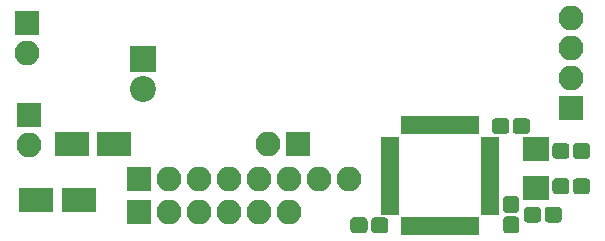
<source format=gbs>
G04 #@! TF.GenerationSoftware,KiCad,Pcbnew,(5.0.0-rc2-178-g3c7b91b96)*
G04 #@! TF.CreationDate,2018-07-31T16:18:19+02:00*
G04 #@! TF.ProjectId,pcb2,706362322E6B696361645F7063620000,1*
G04 #@! TF.SameCoordinates,Original*
G04 #@! TF.FileFunction,Soldermask,Bot*
G04 #@! TF.FilePolarity,Negative*
%FSLAX46Y46*%
G04 Gerber Fmt 4.6, Leading zero omitted, Abs format (unit mm)*
G04 Created by KiCad (PCBNEW (5.0.0-rc2-178-g3c7b91b96)) date 07/31/18 16:18:19*
%MOMM*%
%LPD*%
G01*
G04 APERTURE LIST*
%ADD10R,1.600000X1.000000*%
%ADD11R,1.000000X1.600000*%
%ADD12R,2.100000X2.100000*%
%ADD13O,2.100000X2.100000*%
%ADD14R,3.000000X2.000000*%
%ADD15C,0.100000*%
%ADD16C,1.350000*%
%ADD17R,2.200000X2.150000*%
%ADD18R,2.200000X2.200000*%
%ADD19C,2.200000*%
G04 APERTURE END LIST*
D10*
G04 #@! TO.C,U2*
X103380000Y-94580000D03*
X103380000Y-95380000D03*
X103380000Y-96180000D03*
X103380000Y-96980000D03*
X103380000Y-97780000D03*
X103380000Y-98580000D03*
X103380000Y-99380000D03*
X103380000Y-100180000D03*
D11*
X101930000Y-101630000D03*
X101130000Y-101630000D03*
X100330000Y-101630000D03*
X99530000Y-101630000D03*
X98730000Y-101630000D03*
X97930000Y-101630000D03*
X97130000Y-101630000D03*
X96330000Y-101630000D03*
D10*
X94880000Y-100180000D03*
X94880000Y-99380000D03*
X94880000Y-98580000D03*
X94880000Y-97780000D03*
X94880000Y-96980000D03*
X94880000Y-96180000D03*
X94880000Y-95380000D03*
X94880000Y-94580000D03*
D11*
X96330000Y-93130000D03*
X97130000Y-93130000D03*
X97930000Y-93130000D03*
X98730000Y-93130000D03*
X99530000Y-93130000D03*
X100330000Y-93130000D03*
X101130000Y-93130000D03*
X101930000Y-93130000D03*
G04 #@! TD*
D12*
G04 #@! TO.C,J3*
X73630000Y-97680000D03*
D13*
X76170000Y-97680000D03*
X78710000Y-97680000D03*
X81250000Y-97680000D03*
X83790000Y-97680000D03*
X86330000Y-97680000D03*
X88870000Y-97680000D03*
X91410000Y-97680000D03*
G04 #@! TD*
D12*
G04 #@! TO.C,J5*
X87130000Y-94680000D03*
D13*
X84590000Y-94680000D03*
G04 #@! TD*
D12*
G04 #@! TO.C,J4*
X73660000Y-100470000D03*
D13*
X76200000Y-100470000D03*
X78740000Y-100470000D03*
X81280000Y-100470000D03*
X83820000Y-100470000D03*
X86360000Y-100470000D03*
G04 #@! TD*
D12*
G04 #@! TO.C,J6*
X110230000Y-91680000D03*
D13*
X110230000Y-89140000D03*
X110230000Y-86600000D03*
X110230000Y-84060000D03*
G04 #@! TD*
D14*
G04 #@! TO.C,C2*
X64930000Y-99480000D03*
X68530000Y-99480000D03*
G04 #@! TD*
G04 #@! TO.C,C1*
X67930000Y-94680000D03*
X71530000Y-94680000D03*
G04 #@! TD*
D15*
G04 #@! TO.C,C8*
G36*
X111525581Y-97606625D02*
X111558343Y-97611485D01*
X111590471Y-97619533D01*
X111621656Y-97630691D01*
X111651596Y-97644852D01*
X111680005Y-97661879D01*
X111706608Y-97681609D01*
X111731149Y-97703851D01*
X111753391Y-97728392D01*
X111773121Y-97754995D01*
X111790148Y-97783404D01*
X111804309Y-97813344D01*
X111815467Y-97844529D01*
X111823515Y-97876657D01*
X111828375Y-97909419D01*
X111830000Y-97942500D01*
X111830000Y-98617500D01*
X111828375Y-98650581D01*
X111823515Y-98683343D01*
X111815467Y-98715471D01*
X111804309Y-98746656D01*
X111790148Y-98776596D01*
X111773121Y-98805005D01*
X111753391Y-98831608D01*
X111731149Y-98856149D01*
X111706608Y-98878391D01*
X111680005Y-98898121D01*
X111651596Y-98915148D01*
X111621656Y-98929309D01*
X111590471Y-98940467D01*
X111558343Y-98948515D01*
X111525581Y-98953375D01*
X111492500Y-98955000D01*
X110717500Y-98955000D01*
X110684419Y-98953375D01*
X110651657Y-98948515D01*
X110619529Y-98940467D01*
X110588344Y-98929309D01*
X110558404Y-98915148D01*
X110529995Y-98898121D01*
X110503392Y-98878391D01*
X110478851Y-98856149D01*
X110456609Y-98831608D01*
X110436879Y-98805005D01*
X110419852Y-98776596D01*
X110405691Y-98746656D01*
X110394533Y-98715471D01*
X110386485Y-98683343D01*
X110381625Y-98650581D01*
X110380000Y-98617500D01*
X110380000Y-97942500D01*
X110381625Y-97909419D01*
X110386485Y-97876657D01*
X110394533Y-97844529D01*
X110405691Y-97813344D01*
X110419852Y-97783404D01*
X110436879Y-97754995D01*
X110456609Y-97728392D01*
X110478851Y-97703851D01*
X110503392Y-97681609D01*
X110529995Y-97661879D01*
X110558404Y-97644852D01*
X110588344Y-97630691D01*
X110619529Y-97619533D01*
X110651657Y-97611485D01*
X110684419Y-97606625D01*
X110717500Y-97605000D01*
X111492500Y-97605000D01*
X111525581Y-97606625D01*
X111525581Y-97606625D01*
G37*
D16*
X111105000Y-98280000D03*
D15*
G36*
X109775581Y-97606625D02*
X109808343Y-97611485D01*
X109840471Y-97619533D01*
X109871656Y-97630691D01*
X109901596Y-97644852D01*
X109930005Y-97661879D01*
X109956608Y-97681609D01*
X109981149Y-97703851D01*
X110003391Y-97728392D01*
X110023121Y-97754995D01*
X110040148Y-97783404D01*
X110054309Y-97813344D01*
X110065467Y-97844529D01*
X110073515Y-97876657D01*
X110078375Y-97909419D01*
X110080000Y-97942500D01*
X110080000Y-98617500D01*
X110078375Y-98650581D01*
X110073515Y-98683343D01*
X110065467Y-98715471D01*
X110054309Y-98746656D01*
X110040148Y-98776596D01*
X110023121Y-98805005D01*
X110003391Y-98831608D01*
X109981149Y-98856149D01*
X109956608Y-98878391D01*
X109930005Y-98898121D01*
X109901596Y-98915148D01*
X109871656Y-98929309D01*
X109840471Y-98940467D01*
X109808343Y-98948515D01*
X109775581Y-98953375D01*
X109742500Y-98955000D01*
X108967500Y-98955000D01*
X108934419Y-98953375D01*
X108901657Y-98948515D01*
X108869529Y-98940467D01*
X108838344Y-98929309D01*
X108808404Y-98915148D01*
X108779995Y-98898121D01*
X108753392Y-98878391D01*
X108728851Y-98856149D01*
X108706609Y-98831608D01*
X108686879Y-98805005D01*
X108669852Y-98776596D01*
X108655691Y-98746656D01*
X108644533Y-98715471D01*
X108636485Y-98683343D01*
X108631625Y-98650581D01*
X108630000Y-98617500D01*
X108630000Y-97942500D01*
X108631625Y-97909419D01*
X108636485Y-97876657D01*
X108644533Y-97844529D01*
X108655691Y-97813344D01*
X108669852Y-97783404D01*
X108686879Y-97754995D01*
X108706609Y-97728392D01*
X108728851Y-97703851D01*
X108753392Y-97681609D01*
X108779995Y-97661879D01*
X108808404Y-97644852D01*
X108838344Y-97630691D01*
X108869529Y-97619533D01*
X108901657Y-97611485D01*
X108934419Y-97606625D01*
X108967500Y-97605000D01*
X109742500Y-97605000D01*
X109775581Y-97606625D01*
X109775581Y-97606625D01*
G37*
D16*
X109355000Y-98280000D03*
G04 #@! TD*
D15*
G04 #@! TO.C,C7*
G36*
X109775581Y-94606625D02*
X109808343Y-94611485D01*
X109840471Y-94619533D01*
X109871656Y-94630691D01*
X109901596Y-94644852D01*
X109930005Y-94661879D01*
X109956608Y-94681609D01*
X109981149Y-94703851D01*
X110003391Y-94728392D01*
X110023121Y-94754995D01*
X110040148Y-94783404D01*
X110054309Y-94813344D01*
X110065467Y-94844529D01*
X110073515Y-94876657D01*
X110078375Y-94909419D01*
X110080000Y-94942500D01*
X110080000Y-95617500D01*
X110078375Y-95650581D01*
X110073515Y-95683343D01*
X110065467Y-95715471D01*
X110054309Y-95746656D01*
X110040148Y-95776596D01*
X110023121Y-95805005D01*
X110003391Y-95831608D01*
X109981149Y-95856149D01*
X109956608Y-95878391D01*
X109930005Y-95898121D01*
X109901596Y-95915148D01*
X109871656Y-95929309D01*
X109840471Y-95940467D01*
X109808343Y-95948515D01*
X109775581Y-95953375D01*
X109742500Y-95955000D01*
X108967500Y-95955000D01*
X108934419Y-95953375D01*
X108901657Y-95948515D01*
X108869529Y-95940467D01*
X108838344Y-95929309D01*
X108808404Y-95915148D01*
X108779995Y-95898121D01*
X108753392Y-95878391D01*
X108728851Y-95856149D01*
X108706609Y-95831608D01*
X108686879Y-95805005D01*
X108669852Y-95776596D01*
X108655691Y-95746656D01*
X108644533Y-95715471D01*
X108636485Y-95683343D01*
X108631625Y-95650581D01*
X108630000Y-95617500D01*
X108630000Y-94942500D01*
X108631625Y-94909419D01*
X108636485Y-94876657D01*
X108644533Y-94844529D01*
X108655691Y-94813344D01*
X108669852Y-94783404D01*
X108686879Y-94754995D01*
X108706609Y-94728392D01*
X108728851Y-94703851D01*
X108753392Y-94681609D01*
X108779995Y-94661879D01*
X108808404Y-94644852D01*
X108838344Y-94630691D01*
X108869529Y-94619533D01*
X108901657Y-94611485D01*
X108934419Y-94606625D01*
X108967500Y-94605000D01*
X109742500Y-94605000D01*
X109775581Y-94606625D01*
X109775581Y-94606625D01*
G37*
D16*
X109355000Y-95280000D03*
D15*
G36*
X111525581Y-94606625D02*
X111558343Y-94611485D01*
X111590471Y-94619533D01*
X111621656Y-94630691D01*
X111651596Y-94644852D01*
X111680005Y-94661879D01*
X111706608Y-94681609D01*
X111731149Y-94703851D01*
X111753391Y-94728392D01*
X111773121Y-94754995D01*
X111790148Y-94783404D01*
X111804309Y-94813344D01*
X111815467Y-94844529D01*
X111823515Y-94876657D01*
X111828375Y-94909419D01*
X111830000Y-94942500D01*
X111830000Y-95617500D01*
X111828375Y-95650581D01*
X111823515Y-95683343D01*
X111815467Y-95715471D01*
X111804309Y-95746656D01*
X111790148Y-95776596D01*
X111773121Y-95805005D01*
X111753391Y-95831608D01*
X111731149Y-95856149D01*
X111706608Y-95878391D01*
X111680005Y-95898121D01*
X111651596Y-95915148D01*
X111621656Y-95929309D01*
X111590471Y-95940467D01*
X111558343Y-95948515D01*
X111525581Y-95953375D01*
X111492500Y-95955000D01*
X110717500Y-95955000D01*
X110684419Y-95953375D01*
X110651657Y-95948515D01*
X110619529Y-95940467D01*
X110588344Y-95929309D01*
X110558404Y-95915148D01*
X110529995Y-95898121D01*
X110503392Y-95878391D01*
X110478851Y-95856149D01*
X110456609Y-95831608D01*
X110436879Y-95805005D01*
X110419852Y-95776596D01*
X110405691Y-95746656D01*
X110394533Y-95715471D01*
X110386485Y-95683343D01*
X110381625Y-95650581D01*
X110380000Y-95617500D01*
X110380000Y-94942500D01*
X110381625Y-94909419D01*
X110386485Y-94876657D01*
X110394533Y-94844529D01*
X110405691Y-94813344D01*
X110419852Y-94783404D01*
X110436879Y-94754995D01*
X110456609Y-94728392D01*
X110478851Y-94703851D01*
X110503392Y-94681609D01*
X110529995Y-94661879D01*
X110558404Y-94644852D01*
X110588344Y-94630691D01*
X110619529Y-94619533D01*
X110651657Y-94611485D01*
X110684419Y-94606625D01*
X110717500Y-94605000D01*
X111492500Y-94605000D01*
X111525581Y-94606625D01*
X111525581Y-94606625D01*
G37*
D16*
X111105000Y-95280000D03*
G04 #@! TD*
D15*
G04 #@! TO.C,C5*
G36*
X105500581Y-100831625D02*
X105533343Y-100836485D01*
X105565471Y-100844533D01*
X105596656Y-100855691D01*
X105626596Y-100869852D01*
X105655005Y-100886879D01*
X105681608Y-100906609D01*
X105706149Y-100928851D01*
X105728391Y-100953392D01*
X105748121Y-100979995D01*
X105765148Y-101008404D01*
X105779309Y-101038344D01*
X105790467Y-101069529D01*
X105798515Y-101101657D01*
X105803375Y-101134419D01*
X105805000Y-101167500D01*
X105805000Y-101942500D01*
X105803375Y-101975581D01*
X105798515Y-102008343D01*
X105790467Y-102040471D01*
X105779309Y-102071656D01*
X105765148Y-102101596D01*
X105748121Y-102130005D01*
X105728391Y-102156608D01*
X105706149Y-102181149D01*
X105681608Y-102203391D01*
X105655005Y-102223121D01*
X105626596Y-102240148D01*
X105596656Y-102254309D01*
X105565471Y-102265467D01*
X105533343Y-102273515D01*
X105500581Y-102278375D01*
X105467500Y-102280000D01*
X104792500Y-102280000D01*
X104759419Y-102278375D01*
X104726657Y-102273515D01*
X104694529Y-102265467D01*
X104663344Y-102254309D01*
X104633404Y-102240148D01*
X104604995Y-102223121D01*
X104578392Y-102203391D01*
X104553851Y-102181149D01*
X104531609Y-102156608D01*
X104511879Y-102130005D01*
X104494852Y-102101596D01*
X104480691Y-102071656D01*
X104469533Y-102040471D01*
X104461485Y-102008343D01*
X104456625Y-101975581D01*
X104455000Y-101942500D01*
X104455000Y-101167500D01*
X104456625Y-101134419D01*
X104461485Y-101101657D01*
X104469533Y-101069529D01*
X104480691Y-101038344D01*
X104494852Y-101008404D01*
X104511879Y-100979995D01*
X104531609Y-100953392D01*
X104553851Y-100928851D01*
X104578392Y-100906609D01*
X104604995Y-100886879D01*
X104633404Y-100869852D01*
X104663344Y-100855691D01*
X104694529Y-100844533D01*
X104726657Y-100836485D01*
X104759419Y-100831625D01*
X104792500Y-100830000D01*
X105467500Y-100830000D01*
X105500581Y-100831625D01*
X105500581Y-100831625D01*
G37*
D16*
X105130000Y-101555000D03*
D15*
G36*
X105500581Y-99081625D02*
X105533343Y-99086485D01*
X105565471Y-99094533D01*
X105596656Y-99105691D01*
X105626596Y-99119852D01*
X105655005Y-99136879D01*
X105681608Y-99156609D01*
X105706149Y-99178851D01*
X105728391Y-99203392D01*
X105748121Y-99229995D01*
X105765148Y-99258404D01*
X105779309Y-99288344D01*
X105790467Y-99319529D01*
X105798515Y-99351657D01*
X105803375Y-99384419D01*
X105805000Y-99417500D01*
X105805000Y-100192500D01*
X105803375Y-100225581D01*
X105798515Y-100258343D01*
X105790467Y-100290471D01*
X105779309Y-100321656D01*
X105765148Y-100351596D01*
X105748121Y-100380005D01*
X105728391Y-100406608D01*
X105706149Y-100431149D01*
X105681608Y-100453391D01*
X105655005Y-100473121D01*
X105626596Y-100490148D01*
X105596656Y-100504309D01*
X105565471Y-100515467D01*
X105533343Y-100523515D01*
X105500581Y-100528375D01*
X105467500Y-100530000D01*
X104792500Y-100530000D01*
X104759419Y-100528375D01*
X104726657Y-100523515D01*
X104694529Y-100515467D01*
X104663344Y-100504309D01*
X104633404Y-100490148D01*
X104604995Y-100473121D01*
X104578392Y-100453391D01*
X104553851Y-100431149D01*
X104531609Y-100406608D01*
X104511879Y-100380005D01*
X104494852Y-100351596D01*
X104480691Y-100321656D01*
X104469533Y-100290471D01*
X104461485Y-100258343D01*
X104456625Y-100225581D01*
X104455000Y-100192500D01*
X104455000Y-99417500D01*
X104456625Y-99384419D01*
X104461485Y-99351657D01*
X104469533Y-99319529D01*
X104480691Y-99288344D01*
X104494852Y-99258404D01*
X104511879Y-99229995D01*
X104531609Y-99203392D01*
X104553851Y-99178851D01*
X104578392Y-99156609D01*
X104604995Y-99136879D01*
X104633404Y-99119852D01*
X104663344Y-99105691D01*
X104694529Y-99094533D01*
X104726657Y-99086485D01*
X104759419Y-99081625D01*
X104792500Y-99080000D01*
X105467500Y-99080000D01*
X105500581Y-99081625D01*
X105500581Y-99081625D01*
G37*
D16*
X105130000Y-99805000D03*
G04 #@! TD*
D15*
G04 #@! TO.C,C4*
G36*
X92675581Y-100906625D02*
X92708343Y-100911485D01*
X92740471Y-100919533D01*
X92771656Y-100930691D01*
X92801596Y-100944852D01*
X92830005Y-100961879D01*
X92856608Y-100981609D01*
X92881149Y-101003851D01*
X92903391Y-101028392D01*
X92923121Y-101054995D01*
X92940148Y-101083404D01*
X92954309Y-101113344D01*
X92965467Y-101144529D01*
X92973515Y-101176657D01*
X92978375Y-101209419D01*
X92980000Y-101242500D01*
X92980000Y-101917500D01*
X92978375Y-101950581D01*
X92973515Y-101983343D01*
X92965467Y-102015471D01*
X92954309Y-102046656D01*
X92940148Y-102076596D01*
X92923121Y-102105005D01*
X92903391Y-102131608D01*
X92881149Y-102156149D01*
X92856608Y-102178391D01*
X92830005Y-102198121D01*
X92801596Y-102215148D01*
X92771656Y-102229309D01*
X92740471Y-102240467D01*
X92708343Y-102248515D01*
X92675581Y-102253375D01*
X92642500Y-102255000D01*
X91867500Y-102255000D01*
X91834419Y-102253375D01*
X91801657Y-102248515D01*
X91769529Y-102240467D01*
X91738344Y-102229309D01*
X91708404Y-102215148D01*
X91679995Y-102198121D01*
X91653392Y-102178391D01*
X91628851Y-102156149D01*
X91606609Y-102131608D01*
X91586879Y-102105005D01*
X91569852Y-102076596D01*
X91555691Y-102046656D01*
X91544533Y-102015471D01*
X91536485Y-101983343D01*
X91531625Y-101950581D01*
X91530000Y-101917500D01*
X91530000Y-101242500D01*
X91531625Y-101209419D01*
X91536485Y-101176657D01*
X91544533Y-101144529D01*
X91555691Y-101113344D01*
X91569852Y-101083404D01*
X91586879Y-101054995D01*
X91606609Y-101028392D01*
X91628851Y-101003851D01*
X91653392Y-100981609D01*
X91679995Y-100961879D01*
X91708404Y-100944852D01*
X91738344Y-100930691D01*
X91769529Y-100919533D01*
X91801657Y-100911485D01*
X91834419Y-100906625D01*
X91867500Y-100905000D01*
X92642500Y-100905000D01*
X92675581Y-100906625D01*
X92675581Y-100906625D01*
G37*
D16*
X92255000Y-101580000D03*
D15*
G36*
X94425581Y-100906625D02*
X94458343Y-100911485D01*
X94490471Y-100919533D01*
X94521656Y-100930691D01*
X94551596Y-100944852D01*
X94580005Y-100961879D01*
X94606608Y-100981609D01*
X94631149Y-101003851D01*
X94653391Y-101028392D01*
X94673121Y-101054995D01*
X94690148Y-101083404D01*
X94704309Y-101113344D01*
X94715467Y-101144529D01*
X94723515Y-101176657D01*
X94728375Y-101209419D01*
X94730000Y-101242500D01*
X94730000Y-101917500D01*
X94728375Y-101950581D01*
X94723515Y-101983343D01*
X94715467Y-102015471D01*
X94704309Y-102046656D01*
X94690148Y-102076596D01*
X94673121Y-102105005D01*
X94653391Y-102131608D01*
X94631149Y-102156149D01*
X94606608Y-102178391D01*
X94580005Y-102198121D01*
X94551596Y-102215148D01*
X94521656Y-102229309D01*
X94490471Y-102240467D01*
X94458343Y-102248515D01*
X94425581Y-102253375D01*
X94392500Y-102255000D01*
X93617500Y-102255000D01*
X93584419Y-102253375D01*
X93551657Y-102248515D01*
X93519529Y-102240467D01*
X93488344Y-102229309D01*
X93458404Y-102215148D01*
X93429995Y-102198121D01*
X93403392Y-102178391D01*
X93378851Y-102156149D01*
X93356609Y-102131608D01*
X93336879Y-102105005D01*
X93319852Y-102076596D01*
X93305691Y-102046656D01*
X93294533Y-102015471D01*
X93286485Y-101983343D01*
X93281625Y-101950581D01*
X93280000Y-101917500D01*
X93280000Y-101242500D01*
X93281625Y-101209419D01*
X93286485Y-101176657D01*
X93294533Y-101144529D01*
X93305691Y-101113344D01*
X93319852Y-101083404D01*
X93336879Y-101054995D01*
X93356609Y-101028392D01*
X93378851Y-101003851D01*
X93403392Y-100981609D01*
X93429995Y-100961879D01*
X93458404Y-100944852D01*
X93488344Y-100930691D01*
X93519529Y-100919533D01*
X93551657Y-100911485D01*
X93584419Y-100906625D01*
X93617500Y-100905000D01*
X94392500Y-100905000D01*
X94425581Y-100906625D01*
X94425581Y-100906625D01*
G37*
D16*
X94005000Y-101580000D03*
G04 #@! TD*
D15*
G04 #@! TO.C,C3*
G36*
X106425581Y-92506625D02*
X106458343Y-92511485D01*
X106490471Y-92519533D01*
X106521656Y-92530691D01*
X106551596Y-92544852D01*
X106580005Y-92561879D01*
X106606608Y-92581609D01*
X106631149Y-92603851D01*
X106653391Y-92628392D01*
X106673121Y-92654995D01*
X106690148Y-92683404D01*
X106704309Y-92713344D01*
X106715467Y-92744529D01*
X106723515Y-92776657D01*
X106728375Y-92809419D01*
X106730000Y-92842500D01*
X106730000Y-93517500D01*
X106728375Y-93550581D01*
X106723515Y-93583343D01*
X106715467Y-93615471D01*
X106704309Y-93646656D01*
X106690148Y-93676596D01*
X106673121Y-93705005D01*
X106653391Y-93731608D01*
X106631149Y-93756149D01*
X106606608Y-93778391D01*
X106580005Y-93798121D01*
X106551596Y-93815148D01*
X106521656Y-93829309D01*
X106490471Y-93840467D01*
X106458343Y-93848515D01*
X106425581Y-93853375D01*
X106392500Y-93855000D01*
X105617500Y-93855000D01*
X105584419Y-93853375D01*
X105551657Y-93848515D01*
X105519529Y-93840467D01*
X105488344Y-93829309D01*
X105458404Y-93815148D01*
X105429995Y-93798121D01*
X105403392Y-93778391D01*
X105378851Y-93756149D01*
X105356609Y-93731608D01*
X105336879Y-93705005D01*
X105319852Y-93676596D01*
X105305691Y-93646656D01*
X105294533Y-93615471D01*
X105286485Y-93583343D01*
X105281625Y-93550581D01*
X105280000Y-93517500D01*
X105280000Y-92842500D01*
X105281625Y-92809419D01*
X105286485Y-92776657D01*
X105294533Y-92744529D01*
X105305691Y-92713344D01*
X105319852Y-92683404D01*
X105336879Y-92654995D01*
X105356609Y-92628392D01*
X105378851Y-92603851D01*
X105403392Y-92581609D01*
X105429995Y-92561879D01*
X105458404Y-92544852D01*
X105488344Y-92530691D01*
X105519529Y-92519533D01*
X105551657Y-92511485D01*
X105584419Y-92506625D01*
X105617500Y-92505000D01*
X106392500Y-92505000D01*
X106425581Y-92506625D01*
X106425581Y-92506625D01*
G37*
D16*
X106005000Y-93180000D03*
D15*
G36*
X104675581Y-92506625D02*
X104708343Y-92511485D01*
X104740471Y-92519533D01*
X104771656Y-92530691D01*
X104801596Y-92544852D01*
X104830005Y-92561879D01*
X104856608Y-92581609D01*
X104881149Y-92603851D01*
X104903391Y-92628392D01*
X104923121Y-92654995D01*
X104940148Y-92683404D01*
X104954309Y-92713344D01*
X104965467Y-92744529D01*
X104973515Y-92776657D01*
X104978375Y-92809419D01*
X104980000Y-92842500D01*
X104980000Y-93517500D01*
X104978375Y-93550581D01*
X104973515Y-93583343D01*
X104965467Y-93615471D01*
X104954309Y-93646656D01*
X104940148Y-93676596D01*
X104923121Y-93705005D01*
X104903391Y-93731608D01*
X104881149Y-93756149D01*
X104856608Y-93778391D01*
X104830005Y-93798121D01*
X104801596Y-93815148D01*
X104771656Y-93829309D01*
X104740471Y-93840467D01*
X104708343Y-93848515D01*
X104675581Y-93853375D01*
X104642500Y-93855000D01*
X103867500Y-93855000D01*
X103834419Y-93853375D01*
X103801657Y-93848515D01*
X103769529Y-93840467D01*
X103738344Y-93829309D01*
X103708404Y-93815148D01*
X103679995Y-93798121D01*
X103653392Y-93778391D01*
X103628851Y-93756149D01*
X103606609Y-93731608D01*
X103586879Y-93705005D01*
X103569852Y-93676596D01*
X103555691Y-93646656D01*
X103544533Y-93615471D01*
X103536485Y-93583343D01*
X103531625Y-93550581D01*
X103530000Y-93517500D01*
X103530000Y-92842500D01*
X103531625Y-92809419D01*
X103536485Y-92776657D01*
X103544533Y-92744529D01*
X103555691Y-92713344D01*
X103569852Y-92683404D01*
X103586879Y-92654995D01*
X103606609Y-92628392D01*
X103628851Y-92603851D01*
X103653392Y-92581609D01*
X103679995Y-92561879D01*
X103708404Y-92544852D01*
X103738344Y-92530691D01*
X103769529Y-92519533D01*
X103801657Y-92511485D01*
X103834419Y-92506625D01*
X103867500Y-92505000D01*
X104642500Y-92505000D01*
X104675581Y-92506625D01*
X104675581Y-92506625D01*
G37*
D16*
X104255000Y-93180000D03*
G04 #@! TD*
D13*
G04 #@! TO.C,J1*
X64135000Y-87020000D03*
D12*
X64135000Y-84480000D03*
G04 #@! TD*
G04 #@! TO.C,J2*
X64330000Y-92280000D03*
D13*
X64330000Y-94820000D03*
G04 #@! TD*
D17*
G04 #@! TO.C,Y1*
X107230000Y-95155000D03*
X107230000Y-98405000D03*
G04 #@! TD*
D15*
G04 #@! TO.C,L1*
G36*
X107375581Y-100006625D02*
X107408343Y-100011485D01*
X107440471Y-100019533D01*
X107471656Y-100030691D01*
X107501596Y-100044852D01*
X107530005Y-100061879D01*
X107556608Y-100081609D01*
X107581149Y-100103851D01*
X107603391Y-100128392D01*
X107623121Y-100154995D01*
X107640148Y-100183404D01*
X107654309Y-100213344D01*
X107665467Y-100244529D01*
X107673515Y-100276657D01*
X107678375Y-100309419D01*
X107680000Y-100342500D01*
X107680000Y-101017500D01*
X107678375Y-101050581D01*
X107673515Y-101083343D01*
X107665467Y-101115471D01*
X107654309Y-101146656D01*
X107640148Y-101176596D01*
X107623121Y-101205005D01*
X107603391Y-101231608D01*
X107581149Y-101256149D01*
X107556608Y-101278391D01*
X107530005Y-101298121D01*
X107501596Y-101315148D01*
X107471656Y-101329309D01*
X107440471Y-101340467D01*
X107408343Y-101348515D01*
X107375581Y-101353375D01*
X107342500Y-101355000D01*
X106567500Y-101355000D01*
X106534419Y-101353375D01*
X106501657Y-101348515D01*
X106469529Y-101340467D01*
X106438344Y-101329309D01*
X106408404Y-101315148D01*
X106379995Y-101298121D01*
X106353392Y-101278391D01*
X106328851Y-101256149D01*
X106306609Y-101231608D01*
X106286879Y-101205005D01*
X106269852Y-101176596D01*
X106255691Y-101146656D01*
X106244533Y-101115471D01*
X106236485Y-101083343D01*
X106231625Y-101050581D01*
X106230000Y-101017500D01*
X106230000Y-100342500D01*
X106231625Y-100309419D01*
X106236485Y-100276657D01*
X106244533Y-100244529D01*
X106255691Y-100213344D01*
X106269852Y-100183404D01*
X106286879Y-100154995D01*
X106306609Y-100128392D01*
X106328851Y-100103851D01*
X106353392Y-100081609D01*
X106379995Y-100061879D01*
X106408404Y-100044852D01*
X106438344Y-100030691D01*
X106469529Y-100019533D01*
X106501657Y-100011485D01*
X106534419Y-100006625D01*
X106567500Y-100005000D01*
X107342500Y-100005000D01*
X107375581Y-100006625D01*
X107375581Y-100006625D01*
G37*
D16*
X106955000Y-100680000D03*
D15*
G36*
X109125581Y-100006625D02*
X109158343Y-100011485D01*
X109190471Y-100019533D01*
X109221656Y-100030691D01*
X109251596Y-100044852D01*
X109280005Y-100061879D01*
X109306608Y-100081609D01*
X109331149Y-100103851D01*
X109353391Y-100128392D01*
X109373121Y-100154995D01*
X109390148Y-100183404D01*
X109404309Y-100213344D01*
X109415467Y-100244529D01*
X109423515Y-100276657D01*
X109428375Y-100309419D01*
X109430000Y-100342500D01*
X109430000Y-101017500D01*
X109428375Y-101050581D01*
X109423515Y-101083343D01*
X109415467Y-101115471D01*
X109404309Y-101146656D01*
X109390148Y-101176596D01*
X109373121Y-101205005D01*
X109353391Y-101231608D01*
X109331149Y-101256149D01*
X109306608Y-101278391D01*
X109280005Y-101298121D01*
X109251596Y-101315148D01*
X109221656Y-101329309D01*
X109190471Y-101340467D01*
X109158343Y-101348515D01*
X109125581Y-101353375D01*
X109092500Y-101355000D01*
X108317500Y-101355000D01*
X108284419Y-101353375D01*
X108251657Y-101348515D01*
X108219529Y-101340467D01*
X108188344Y-101329309D01*
X108158404Y-101315148D01*
X108129995Y-101298121D01*
X108103392Y-101278391D01*
X108078851Y-101256149D01*
X108056609Y-101231608D01*
X108036879Y-101205005D01*
X108019852Y-101176596D01*
X108005691Y-101146656D01*
X107994533Y-101115471D01*
X107986485Y-101083343D01*
X107981625Y-101050581D01*
X107980000Y-101017500D01*
X107980000Y-100342500D01*
X107981625Y-100309419D01*
X107986485Y-100276657D01*
X107994533Y-100244529D01*
X108005691Y-100213344D01*
X108019852Y-100183404D01*
X108036879Y-100154995D01*
X108056609Y-100128392D01*
X108078851Y-100103851D01*
X108103392Y-100081609D01*
X108129995Y-100061879D01*
X108158404Y-100044852D01*
X108188344Y-100030691D01*
X108219529Y-100019533D01*
X108251657Y-100011485D01*
X108284419Y-100006625D01*
X108317500Y-100005000D01*
X109092500Y-100005000D01*
X109125581Y-100006625D01*
X109125581Y-100006625D01*
G37*
D16*
X108705000Y-100680000D03*
G04 #@! TD*
D18*
G04 #@! TO.C,Q1*
X73930000Y-87480000D03*
D19*
X73930000Y-90020000D03*
G04 #@! TD*
M02*

</source>
